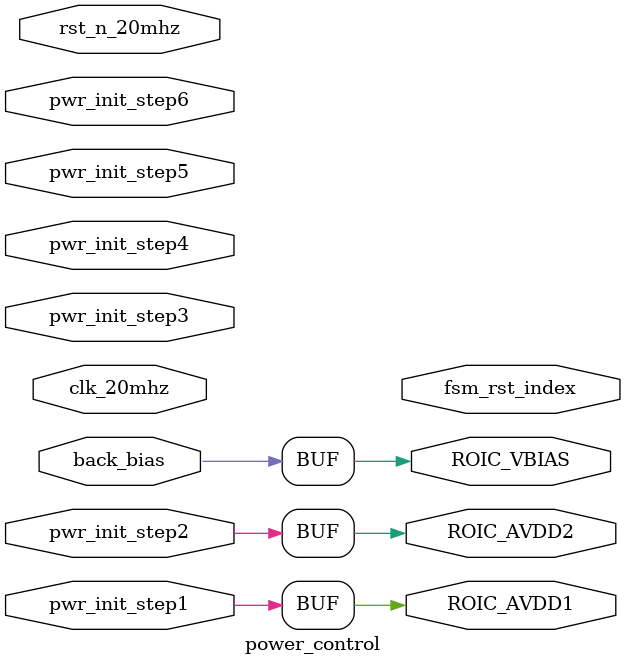
<source format=sv>

module power_control (
    // Clock and Reset
    input  logic        clk_20mhz,
    input  logic        rst_n_20mhz,          // Active-LOW reset

    // Power Initialization Control (from init module)
    input  logic        pwr_init_step1,       // Power init step 1 enable
    input  logic        pwr_init_step2,       // Power init step 2 enable
    input  logic        pwr_init_step3,       // Power init step 3 enable
    input  logic        pwr_init_step4,       // Power init step 4 enable
    input  logic        pwr_init_step5,       // Power init step 5 enable
    input  logic        pwr_init_step6,       // Power init step 6 enable

    // Back Bias Control (from roic_gate_drv_gemini)
    input  logic        back_bias,            // Back bias signal from gate driver

    // FSM Reset Control
    output logic        fsm_rst_index,        // FSM reset index output

    // ROIC Bias Power Outputs
    output logic        ROIC_VBIAS,           // ROIC bias voltage output
    output logic        ROIC_AVDD1,           // ROIC AVDD1 power output
    output logic        ROIC_AVDD2            // ROIC AVDD2 power output
);

    //==========================================================================
    // Internal Signals
    //==========================================================================
    logic fsm_drv_rst;              // FSM driver reset (active-LOW)

    //==========================================================================
    // FSM Reset Generation
    //==========================================================================
    // FSM driver reset is active-LOW, controlled by rst_n_20mhz and FSM reset index
    assign fsm_drv_rst = rst_n_20mhz & ~fsm_rst_index;

    // Note: init_rst is generated by the init module, not power_control
    // RST-004 fix: Removed incorrect init_rst output from this module

    //==========================================================================
    // Power Sequencing Control
    //==========================================================================
    // The power sequencing follows these steps during initialization:
    // Step 1: Enable ROIC_AVDD1 (first power rail)
    // Step 2: Enable ROIC_AVDD2 (second power rail)
    // Step 3-6: Additional power sequencing steps (internal to init module)
    //
    // The power rails are enabled when:
    //   1. The corresponding init step is active
    //   2. Power down is not asserted
    //
    // Power rail outputs:
    assign ROIC_AVDD1 = pwr_init_step1;
    assign ROIC_AVDD2 = pwr_init_step2;

    //==========================================================================
    // Bias Voltage Control
    //==========================================================================
    // ROIC_VBIAS is controlled by the back_bias signal from the gate driver.
    // This signal is generated by roic_gate_drv_gemini based on the
    // back_bias FSM state and controls the bias voltage applied to the ROIC.
    assign ROIC_VBIAS = back_bias;

    //==========================================================================
    // Notes on Power Sequencing
    //==========================================================================
    // Power-on sequence (controlled by init module):
    //   1. pwr_init_step1 -> Enables AVDD1
    //   2. pwr_init_step2 -> Enables AVDD2
    //   3. pwr_init_step3-6 -> Internal sequencing steps
    //
    // Power-off sequence (reverse order):
    //   1. Step 6 -> 3 disabled
    //   2. pwr_init_step2 disabled -> AVDD2 off
    //   3. pwr_init_step1 disabled -> AVDD1 off
    //
    // The back_bias signal is controlled independently by the gate driver
    // based on the FSM back_bias_index state.

endmodule

</source>
